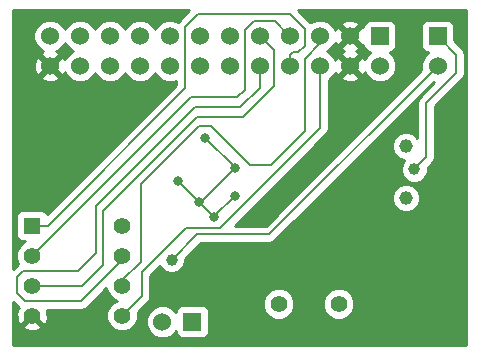
<source format=gbl>
G04 (created by PCBNEW-RS274X (2012-01-19 BZR 3256)-stable) date 25/11/2012 15:42:30*
G01*
G70*
G90*
%MOIN*%
G04 Gerber Fmt 3.4, Leading zero omitted, Abs format*
%FSLAX34Y34*%
G04 APERTURE LIST*
%ADD10C,0.006000*%
%ADD11R,0.060000X0.060000*%
%ADD12C,0.060000*%
%ADD13C,0.056000*%
%ADD14C,0.045300*%
%ADD15R,0.055000X0.055000*%
%ADD16C,0.055000*%
%ADD17C,0.031500*%
%ADD18C,0.039400*%
%ADD19C,0.007900*%
%ADD20C,0.010000*%
G04 APERTURE END LIST*
G54D10*
G54D11*
X70780Y-40160D03*
G54D12*
X70780Y-41160D03*
G54D11*
X62610Y-49680D03*
G54D12*
X61610Y-49680D03*
G54D11*
X68860Y-40160D03*
G54D12*
X68860Y-41160D03*
X67860Y-40160D03*
X67860Y-41160D03*
X66860Y-40160D03*
X66860Y-41160D03*
X65860Y-40160D03*
X65860Y-41160D03*
X64860Y-40160D03*
X64860Y-41160D03*
X63860Y-40160D03*
X63860Y-41160D03*
X62860Y-40160D03*
X62860Y-41160D03*
X61860Y-40160D03*
X61860Y-41160D03*
X60860Y-40160D03*
X60860Y-41160D03*
X59860Y-40160D03*
X59860Y-41160D03*
X58860Y-40160D03*
X58860Y-41160D03*
X57860Y-40160D03*
X57860Y-41160D03*
G54D13*
X67480Y-49090D03*
X65480Y-49090D03*
G54D14*
X69728Y-45566D03*
X69728Y-43834D03*
G54D15*
X57260Y-46480D03*
G54D16*
X57260Y-47480D03*
X57260Y-48480D03*
X57260Y-49480D03*
X60260Y-49480D03*
X60260Y-48480D03*
X60260Y-47480D03*
X60260Y-46480D03*
G54D17*
X62140Y-45000D03*
X64020Y-45480D03*
X62840Y-45700D03*
X64020Y-44560D03*
X63340Y-46180D03*
X63040Y-43560D03*
G54D18*
X61915Y-47620D03*
X70000Y-44605D03*
G54D19*
X64020Y-44540D02*
X64020Y-44560D01*
X62880Y-45700D02*
X62840Y-45700D01*
X63340Y-46160D02*
X64020Y-45480D01*
X62140Y-45000D02*
X62840Y-45700D01*
X63340Y-46180D02*
X63340Y-46160D01*
X64020Y-44560D02*
X62880Y-45700D01*
X63320Y-46180D02*
X63340Y-46180D01*
X62840Y-45700D02*
X63320Y-46180D01*
X63040Y-43560D02*
X64020Y-44540D01*
X66360Y-39930D02*
X65850Y-39420D01*
X62355Y-41910D02*
X57785Y-46480D01*
X57785Y-46480D02*
X57260Y-46480D01*
X65860Y-41160D02*
X65860Y-40800D01*
X65960Y-40700D02*
X66140Y-40700D01*
X65860Y-40800D02*
X65960Y-40700D01*
X66140Y-40700D02*
X66360Y-40480D01*
X66360Y-40480D02*
X66360Y-39930D01*
X62795Y-39420D02*
X62355Y-39860D01*
X62355Y-39860D02*
X62355Y-41910D01*
X65850Y-39420D02*
X62795Y-39420D01*
X65840Y-40160D02*
X65350Y-39670D01*
X64350Y-41950D02*
X64110Y-42190D01*
X62550Y-42190D02*
X57260Y-47480D01*
X64350Y-39970D02*
X64350Y-41950D01*
X65350Y-39670D02*
X64650Y-39670D01*
X64110Y-42190D02*
X62550Y-42190D01*
X64650Y-39670D02*
X64350Y-39970D01*
X65860Y-40160D02*
X65840Y-40160D01*
X66860Y-43230D02*
X63530Y-46560D01*
X60920Y-48040D02*
X60920Y-48820D01*
X60920Y-48820D02*
X60260Y-49480D01*
X62400Y-46560D02*
X60920Y-48040D01*
X66860Y-41160D02*
X66860Y-43230D01*
X63530Y-46560D02*
X62400Y-46560D01*
X56750Y-48740D02*
X56750Y-48200D01*
X58780Y-47990D02*
X59390Y-47380D01*
X62690Y-42530D02*
X64210Y-42530D01*
X57020Y-49010D02*
X56750Y-48740D01*
X59390Y-47380D02*
X59390Y-45830D01*
X56750Y-48200D02*
X56960Y-47990D01*
X60260Y-47640D02*
X58890Y-49010D01*
X56960Y-47990D02*
X58780Y-47990D01*
X64860Y-41880D02*
X64860Y-41160D01*
X64210Y-42530D02*
X64860Y-41880D01*
X58890Y-49010D02*
X57020Y-49010D01*
X60260Y-47480D02*
X60260Y-47640D01*
X59390Y-45830D02*
X62690Y-42530D01*
X64540Y-44450D02*
X63240Y-43150D01*
X65220Y-44450D02*
X64540Y-44450D01*
X60260Y-48310D02*
X60260Y-48480D01*
X62840Y-43150D02*
X60890Y-45100D01*
X66860Y-40410D02*
X66350Y-40920D01*
X63240Y-43150D02*
X62840Y-43150D01*
X60890Y-47680D02*
X60260Y-48310D01*
X66350Y-43320D02*
X65220Y-44450D01*
X60890Y-45100D02*
X60890Y-47680D01*
X66860Y-40160D02*
X66860Y-40410D01*
X66350Y-40920D02*
X66350Y-43320D01*
X59620Y-47780D02*
X59620Y-46000D01*
X59620Y-46000D02*
X62765Y-42855D01*
X62765Y-42855D02*
X64310Y-42855D01*
X65340Y-41825D02*
X65340Y-40640D01*
X65340Y-40640D02*
X64860Y-40160D01*
X57260Y-48480D02*
X58920Y-48480D01*
X58920Y-48480D02*
X59620Y-47780D01*
X64310Y-42855D02*
X65340Y-41825D01*
X61915Y-47620D02*
X62765Y-46770D01*
X62765Y-46770D02*
X65170Y-46770D01*
X65170Y-46770D02*
X70780Y-41160D01*
X70000Y-44605D02*
X70400Y-44205D01*
X70400Y-44205D02*
X70400Y-42390D01*
X70400Y-42390D02*
X71400Y-41390D01*
X71400Y-41390D02*
X71400Y-40780D01*
X71400Y-40780D02*
X70780Y-40160D01*
G54D10*
G36*
X62505Y-39301D02*
X62151Y-39656D01*
X62134Y-39679D01*
X61969Y-39611D01*
X61751Y-39611D01*
X61549Y-39695D01*
X61395Y-39849D01*
X61360Y-39933D01*
X61325Y-39849D01*
X61171Y-39695D01*
X60969Y-39611D01*
X60751Y-39611D01*
X60549Y-39695D01*
X60395Y-39849D01*
X60360Y-39933D01*
X60325Y-39849D01*
X60171Y-39695D01*
X59969Y-39611D01*
X59751Y-39611D01*
X59549Y-39695D01*
X59395Y-39849D01*
X59360Y-39933D01*
X59325Y-39849D01*
X59171Y-39695D01*
X58969Y-39611D01*
X58751Y-39611D01*
X58549Y-39695D01*
X58395Y-39849D01*
X58360Y-39933D01*
X58325Y-39849D01*
X58171Y-39695D01*
X57969Y-39611D01*
X57751Y-39611D01*
X57549Y-39695D01*
X57395Y-39849D01*
X57311Y-40051D01*
X57311Y-40269D01*
X57395Y-40471D01*
X57549Y-40625D01*
X57640Y-40662D01*
X57579Y-40688D01*
X57552Y-40782D01*
X57860Y-41089D01*
X58168Y-40782D01*
X58141Y-40688D01*
X58075Y-40664D01*
X58171Y-40625D01*
X58325Y-40471D01*
X58360Y-40386D01*
X58395Y-40471D01*
X58549Y-40625D01*
X58633Y-40660D01*
X58549Y-40695D01*
X58395Y-40849D01*
X58357Y-40940D01*
X58332Y-40879D01*
X58238Y-40852D01*
X57931Y-41160D01*
X58238Y-41468D01*
X58332Y-41441D01*
X58355Y-41375D01*
X58395Y-41471D01*
X58549Y-41625D01*
X58751Y-41709D01*
X58969Y-41709D01*
X59171Y-41625D01*
X59325Y-41471D01*
X59360Y-41386D01*
X59395Y-41471D01*
X59549Y-41625D01*
X59751Y-41709D01*
X59969Y-41709D01*
X60171Y-41625D01*
X60325Y-41471D01*
X60360Y-41386D01*
X60395Y-41471D01*
X60549Y-41625D01*
X60751Y-41709D01*
X60969Y-41709D01*
X61171Y-41625D01*
X61325Y-41471D01*
X61360Y-41386D01*
X61395Y-41471D01*
X61549Y-41625D01*
X61751Y-41709D01*
X61969Y-41709D01*
X62066Y-41668D01*
X62066Y-41790D01*
X58168Y-45688D01*
X58168Y-41538D01*
X57860Y-41231D01*
X57789Y-41301D01*
X57789Y-41160D01*
X57482Y-40852D01*
X57388Y-40879D01*
X57317Y-41081D01*
X57328Y-41294D01*
X57388Y-41441D01*
X57482Y-41468D01*
X57789Y-41160D01*
X57789Y-41301D01*
X57552Y-41538D01*
X57579Y-41632D01*
X57781Y-41703D01*
X57994Y-41692D01*
X58141Y-41632D01*
X58168Y-41538D01*
X58168Y-45688D01*
X57759Y-46097D01*
X57746Y-46064D01*
X57676Y-45994D01*
X57585Y-45956D01*
X57486Y-45956D01*
X56936Y-45956D01*
X56844Y-45994D01*
X56774Y-46064D01*
X56736Y-46155D01*
X56736Y-46254D01*
X56736Y-46804D01*
X56774Y-46896D01*
X56844Y-46966D01*
X56935Y-47004D01*
X57034Y-47004D01*
X56963Y-47035D01*
X56815Y-47182D01*
X56735Y-47375D01*
X56735Y-47584D01*
X56804Y-47752D01*
X56755Y-47786D01*
X56625Y-47916D01*
X56625Y-39301D01*
X62505Y-39301D01*
X62505Y-39301D01*
G37*
G54D20*
X62505Y-39301D02*
X62151Y-39656D01*
X62134Y-39679D01*
X61969Y-39611D01*
X61751Y-39611D01*
X61549Y-39695D01*
X61395Y-39849D01*
X61360Y-39933D01*
X61325Y-39849D01*
X61171Y-39695D01*
X60969Y-39611D01*
X60751Y-39611D01*
X60549Y-39695D01*
X60395Y-39849D01*
X60360Y-39933D01*
X60325Y-39849D01*
X60171Y-39695D01*
X59969Y-39611D01*
X59751Y-39611D01*
X59549Y-39695D01*
X59395Y-39849D01*
X59360Y-39933D01*
X59325Y-39849D01*
X59171Y-39695D01*
X58969Y-39611D01*
X58751Y-39611D01*
X58549Y-39695D01*
X58395Y-39849D01*
X58360Y-39933D01*
X58325Y-39849D01*
X58171Y-39695D01*
X57969Y-39611D01*
X57751Y-39611D01*
X57549Y-39695D01*
X57395Y-39849D01*
X57311Y-40051D01*
X57311Y-40269D01*
X57395Y-40471D01*
X57549Y-40625D01*
X57640Y-40662D01*
X57579Y-40688D01*
X57552Y-40782D01*
X57860Y-41089D01*
X58168Y-40782D01*
X58141Y-40688D01*
X58075Y-40664D01*
X58171Y-40625D01*
X58325Y-40471D01*
X58360Y-40386D01*
X58395Y-40471D01*
X58549Y-40625D01*
X58633Y-40660D01*
X58549Y-40695D01*
X58395Y-40849D01*
X58357Y-40940D01*
X58332Y-40879D01*
X58238Y-40852D01*
X57931Y-41160D01*
X58238Y-41468D01*
X58332Y-41441D01*
X58355Y-41375D01*
X58395Y-41471D01*
X58549Y-41625D01*
X58751Y-41709D01*
X58969Y-41709D01*
X59171Y-41625D01*
X59325Y-41471D01*
X59360Y-41386D01*
X59395Y-41471D01*
X59549Y-41625D01*
X59751Y-41709D01*
X59969Y-41709D01*
X60171Y-41625D01*
X60325Y-41471D01*
X60360Y-41386D01*
X60395Y-41471D01*
X60549Y-41625D01*
X60751Y-41709D01*
X60969Y-41709D01*
X61171Y-41625D01*
X61325Y-41471D01*
X61360Y-41386D01*
X61395Y-41471D01*
X61549Y-41625D01*
X61751Y-41709D01*
X61969Y-41709D01*
X62066Y-41668D01*
X62066Y-41790D01*
X58168Y-45688D01*
X58168Y-41538D01*
X57860Y-41231D01*
X57789Y-41301D01*
X57789Y-41160D01*
X57482Y-40852D01*
X57388Y-40879D01*
X57317Y-41081D01*
X57328Y-41294D01*
X57388Y-41441D01*
X57482Y-41468D01*
X57789Y-41160D01*
X57789Y-41301D01*
X57552Y-41538D01*
X57579Y-41632D01*
X57781Y-41703D01*
X57994Y-41692D01*
X58141Y-41632D01*
X58168Y-41538D01*
X58168Y-45688D01*
X57759Y-46097D01*
X57746Y-46064D01*
X57676Y-45994D01*
X57585Y-45956D01*
X57486Y-45956D01*
X56936Y-45956D01*
X56844Y-45994D01*
X56774Y-46064D01*
X56736Y-46155D01*
X56736Y-46254D01*
X56736Y-46804D01*
X56774Y-46896D01*
X56844Y-46966D01*
X56935Y-47004D01*
X57034Y-47004D01*
X56963Y-47035D01*
X56815Y-47182D01*
X56735Y-47375D01*
X56735Y-47584D01*
X56804Y-47752D01*
X56755Y-47786D01*
X56625Y-47916D01*
X56625Y-39301D01*
X62505Y-39301D01*
G54D10*
G36*
X71722Y-50462D02*
X70204Y-50462D01*
X70204Y-45661D01*
X70204Y-45472D01*
X70132Y-45297D01*
X69998Y-45163D01*
X69823Y-45090D01*
X69634Y-45090D01*
X69459Y-45162D01*
X69325Y-45296D01*
X69252Y-45471D01*
X69252Y-45660D01*
X69324Y-45835D01*
X69458Y-45969D01*
X69633Y-46042D01*
X69822Y-46042D01*
X69997Y-45970D01*
X70131Y-45836D01*
X70204Y-45661D01*
X70204Y-50462D01*
X68010Y-50462D01*
X68010Y-49196D01*
X68010Y-48985D01*
X67929Y-48790D01*
X67781Y-48641D01*
X67586Y-48560D01*
X67375Y-48560D01*
X67180Y-48641D01*
X67031Y-48789D01*
X66950Y-48984D01*
X66950Y-49195D01*
X67031Y-49390D01*
X67179Y-49539D01*
X67374Y-49620D01*
X67585Y-49620D01*
X67780Y-49539D01*
X67929Y-49391D01*
X68010Y-49196D01*
X68010Y-50462D01*
X66010Y-50462D01*
X66010Y-49196D01*
X66010Y-48985D01*
X65929Y-48790D01*
X65781Y-48641D01*
X65586Y-48560D01*
X65375Y-48560D01*
X65180Y-48641D01*
X65031Y-48789D01*
X64950Y-48984D01*
X64950Y-49195D01*
X65031Y-49390D01*
X65179Y-49539D01*
X65374Y-49620D01*
X65585Y-49620D01*
X65780Y-49539D01*
X65929Y-49391D01*
X66010Y-49196D01*
X66010Y-50462D01*
X63159Y-50462D01*
X63159Y-50030D01*
X63159Y-49931D01*
X63159Y-49331D01*
X63121Y-49239D01*
X63051Y-49169D01*
X62960Y-49131D01*
X62861Y-49131D01*
X62261Y-49131D01*
X62169Y-49169D01*
X62099Y-49239D01*
X62061Y-49330D01*
X62061Y-49355D01*
X61921Y-49215D01*
X61719Y-49131D01*
X61501Y-49131D01*
X61299Y-49215D01*
X61145Y-49369D01*
X61061Y-49571D01*
X61061Y-49789D01*
X61145Y-49991D01*
X61299Y-50145D01*
X61501Y-50229D01*
X61719Y-50229D01*
X61921Y-50145D01*
X62061Y-50005D01*
X62061Y-50029D01*
X62099Y-50121D01*
X62169Y-50191D01*
X62260Y-50229D01*
X62359Y-50229D01*
X62959Y-50229D01*
X63051Y-50191D01*
X63121Y-50121D01*
X63159Y-50030D01*
X63159Y-50462D01*
X57550Y-50462D01*
X57550Y-49841D01*
X57260Y-49551D01*
X56970Y-49841D01*
X56993Y-49932D01*
X57186Y-49999D01*
X57390Y-49988D01*
X57527Y-49932D01*
X57550Y-49841D01*
X57550Y-50462D01*
X56625Y-50462D01*
X56625Y-49023D01*
X56812Y-49211D01*
X56808Y-49213D01*
X56741Y-49406D01*
X56752Y-49610D01*
X56808Y-49747D01*
X56899Y-49770D01*
X57154Y-49515D01*
X57189Y-49480D01*
X57260Y-49409D01*
X57331Y-49480D01*
X57366Y-49515D01*
X57621Y-49770D01*
X57712Y-49747D01*
X57779Y-49554D01*
X57768Y-49350D01*
X57747Y-49299D01*
X58890Y-49299D01*
X58890Y-49298D01*
X59000Y-49277D01*
X59001Y-49277D01*
X59094Y-49214D01*
X59735Y-48573D01*
X59735Y-48584D01*
X59815Y-48777D01*
X59962Y-48925D01*
X60095Y-48980D01*
X59963Y-49035D01*
X59815Y-49182D01*
X59735Y-49375D01*
X59735Y-49584D01*
X59815Y-49777D01*
X59962Y-49925D01*
X60155Y-50005D01*
X60364Y-50005D01*
X60557Y-49925D01*
X60705Y-49778D01*
X60785Y-49585D01*
X60785Y-49376D01*
X60781Y-49367D01*
X61124Y-49025D01*
X61124Y-49024D01*
X61187Y-48931D01*
X61208Y-48820D01*
X61209Y-48820D01*
X61209Y-48159D01*
X61524Y-47843D01*
X61537Y-47872D01*
X61662Y-47998D01*
X61826Y-48066D01*
X62003Y-48066D01*
X62167Y-47998D01*
X62293Y-47873D01*
X62361Y-47709D01*
X62361Y-47582D01*
X62884Y-47059D01*
X65170Y-47059D01*
X65170Y-47058D01*
X65280Y-47037D01*
X65281Y-47037D01*
X65374Y-46974D01*
X70649Y-41699D01*
X70671Y-41709D01*
X70196Y-42186D01*
X70133Y-42279D01*
X70111Y-42390D01*
X70111Y-43544D01*
X69998Y-43431D01*
X69823Y-43358D01*
X69634Y-43358D01*
X69459Y-43430D01*
X69325Y-43564D01*
X69252Y-43739D01*
X69252Y-43928D01*
X69324Y-44103D01*
X69458Y-44237D01*
X69633Y-44310D01*
X69664Y-44310D01*
X69622Y-44352D01*
X69554Y-44516D01*
X69554Y-44693D01*
X69622Y-44857D01*
X69747Y-44983D01*
X69911Y-45051D01*
X70088Y-45051D01*
X70252Y-44983D01*
X70378Y-44858D01*
X70446Y-44694D01*
X70446Y-44567D01*
X70604Y-44410D01*
X70604Y-44409D01*
X70667Y-44316D01*
X70688Y-44205D01*
X70689Y-44205D01*
X70689Y-42509D01*
X71604Y-41595D01*
X71604Y-41594D01*
X71635Y-41547D01*
X71667Y-41501D01*
X71667Y-41500D01*
X71688Y-41390D01*
X71689Y-41390D01*
X71689Y-40780D01*
X71688Y-40779D01*
X71667Y-40669D01*
X71604Y-40576D01*
X71604Y-40575D01*
X71329Y-40300D01*
X71329Y-39811D01*
X71291Y-39719D01*
X71221Y-39649D01*
X71130Y-39611D01*
X71031Y-39611D01*
X70431Y-39611D01*
X70339Y-39649D01*
X70269Y-39719D01*
X70231Y-39810D01*
X70231Y-39909D01*
X70231Y-40509D01*
X70269Y-40601D01*
X70339Y-40671D01*
X70430Y-40709D01*
X70455Y-40709D01*
X70315Y-40849D01*
X70231Y-41051D01*
X70231Y-41269D01*
X70240Y-41290D01*
X69409Y-42121D01*
X69409Y-41269D01*
X69409Y-41051D01*
X69325Y-40849D01*
X69185Y-40709D01*
X69209Y-40709D01*
X69301Y-40671D01*
X69371Y-40601D01*
X69409Y-40510D01*
X69409Y-40411D01*
X69409Y-39811D01*
X69371Y-39719D01*
X69301Y-39649D01*
X69210Y-39611D01*
X69111Y-39611D01*
X68511Y-39611D01*
X68419Y-39649D01*
X68349Y-39719D01*
X68311Y-39810D01*
X68311Y-39872D01*
X68238Y-39852D01*
X68168Y-39922D01*
X68168Y-39782D01*
X68141Y-39688D01*
X67939Y-39617D01*
X67726Y-39628D01*
X67579Y-39688D01*
X67552Y-39782D01*
X67860Y-40089D01*
X68168Y-39782D01*
X68168Y-39922D01*
X67931Y-40160D01*
X68238Y-40468D01*
X68311Y-40447D01*
X68311Y-40509D01*
X68349Y-40601D01*
X68419Y-40671D01*
X68510Y-40709D01*
X68535Y-40709D01*
X68395Y-40849D01*
X68357Y-40940D01*
X68332Y-40879D01*
X68238Y-40852D01*
X68168Y-40922D01*
X68168Y-40782D01*
X68141Y-40688D01*
X68067Y-40662D01*
X68141Y-40632D01*
X68168Y-40538D01*
X67860Y-40231D01*
X67552Y-40538D01*
X67579Y-40632D01*
X67652Y-40657D01*
X67579Y-40688D01*
X67552Y-40782D01*
X67860Y-41089D01*
X68168Y-40782D01*
X68168Y-40922D01*
X67931Y-41160D01*
X68238Y-41468D01*
X68332Y-41441D01*
X68355Y-41375D01*
X68395Y-41471D01*
X68549Y-41625D01*
X68751Y-41709D01*
X68969Y-41709D01*
X69171Y-41625D01*
X69325Y-41471D01*
X69409Y-41269D01*
X69409Y-42121D01*
X68168Y-43362D01*
X68168Y-41538D01*
X67860Y-41231D01*
X67552Y-41538D01*
X67579Y-41632D01*
X67781Y-41703D01*
X67994Y-41692D01*
X68141Y-41632D01*
X68168Y-41538D01*
X68168Y-43362D01*
X65050Y-46481D01*
X64017Y-46481D01*
X67064Y-43435D01*
X67064Y-43434D01*
X67127Y-43341D01*
X67148Y-43230D01*
X67149Y-43230D01*
X67149Y-41634D01*
X67171Y-41625D01*
X67325Y-41471D01*
X67362Y-41379D01*
X67388Y-41441D01*
X67482Y-41468D01*
X67789Y-41160D01*
X67482Y-40852D01*
X67388Y-40879D01*
X67364Y-40944D01*
X67325Y-40849D01*
X67171Y-40695D01*
X67086Y-40660D01*
X67171Y-40625D01*
X67325Y-40471D01*
X67362Y-40379D01*
X67388Y-40441D01*
X67482Y-40468D01*
X67789Y-40160D01*
X67482Y-39852D01*
X67388Y-39879D01*
X67364Y-39944D01*
X67325Y-39849D01*
X67171Y-39695D01*
X66969Y-39611D01*
X66751Y-39611D01*
X66549Y-39695D01*
X66541Y-39702D01*
X66139Y-39301D01*
X71722Y-39301D01*
X71722Y-50462D01*
X71722Y-50462D01*
G37*
G54D20*
X71722Y-50462D02*
X70204Y-50462D01*
X70204Y-45661D01*
X70204Y-45472D01*
X70132Y-45297D01*
X69998Y-45163D01*
X69823Y-45090D01*
X69634Y-45090D01*
X69459Y-45162D01*
X69325Y-45296D01*
X69252Y-45471D01*
X69252Y-45660D01*
X69324Y-45835D01*
X69458Y-45969D01*
X69633Y-46042D01*
X69822Y-46042D01*
X69997Y-45970D01*
X70131Y-45836D01*
X70204Y-45661D01*
X70204Y-50462D01*
X68010Y-50462D01*
X68010Y-49196D01*
X68010Y-48985D01*
X67929Y-48790D01*
X67781Y-48641D01*
X67586Y-48560D01*
X67375Y-48560D01*
X67180Y-48641D01*
X67031Y-48789D01*
X66950Y-48984D01*
X66950Y-49195D01*
X67031Y-49390D01*
X67179Y-49539D01*
X67374Y-49620D01*
X67585Y-49620D01*
X67780Y-49539D01*
X67929Y-49391D01*
X68010Y-49196D01*
X68010Y-50462D01*
X66010Y-50462D01*
X66010Y-49196D01*
X66010Y-48985D01*
X65929Y-48790D01*
X65781Y-48641D01*
X65586Y-48560D01*
X65375Y-48560D01*
X65180Y-48641D01*
X65031Y-48789D01*
X64950Y-48984D01*
X64950Y-49195D01*
X65031Y-49390D01*
X65179Y-49539D01*
X65374Y-49620D01*
X65585Y-49620D01*
X65780Y-49539D01*
X65929Y-49391D01*
X66010Y-49196D01*
X66010Y-50462D01*
X63159Y-50462D01*
X63159Y-50030D01*
X63159Y-49931D01*
X63159Y-49331D01*
X63121Y-49239D01*
X63051Y-49169D01*
X62960Y-49131D01*
X62861Y-49131D01*
X62261Y-49131D01*
X62169Y-49169D01*
X62099Y-49239D01*
X62061Y-49330D01*
X62061Y-49355D01*
X61921Y-49215D01*
X61719Y-49131D01*
X61501Y-49131D01*
X61299Y-49215D01*
X61145Y-49369D01*
X61061Y-49571D01*
X61061Y-49789D01*
X61145Y-49991D01*
X61299Y-50145D01*
X61501Y-50229D01*
X61719Y-50229D01*
X61921Y-50145D01*
X62061Y-50005D01*
X62061Y-50029D01*
X62099Y-50121D01*
X62169Y-50191D01*
X62260Y-50229D01*
X62359Y-50229D01*
X62959Y-50229D01*
X63051Y-50191D01*
X63121Y-50121D01*
X63159Y-50030D01*
X63159Y-50462D01*
X57550Y-50462D01*
X57550Y-49841D01*
X57260Y-49551D01*
X56970Y-49841D01*
X56993Y-49932D01*
X57186Y-49999D01*
X57390Y-49988D01*
X57527Y-49932D01*
X57550Y-49841D01*
X57550Y-50462D01*
X56625Y-50462D01*
X56625Y-49023D01*
X56812Y-49211D01*
X56808Y-49213D01*
X56741Y-49406D01*
X56752Y-49610D01*
X56808Y-49747D01*
X56899Y-49770D01*
X57154Y-49515D01*
X57189Y-49480D01*
X57260Y-49409D01*
X57331Y-49480D01*
X57366Y-49515D01*
X57621Y-49770D01*
X57712Y-49747D01*
X57779Y-49554D01*
X57768Y-49350D01*
X57747Y-49299D01*
X58890Y-49299D01*
X58890Y-49298D01*
X59000Y-49277D01*
X59001Y-49277D01*
X59094Y-49214D01*
X59735Y-48573D01*
X59735Y-48584D01*
X59815Y-48777D01*
X59962Y-48925D01*
X60095Y-48980D01*
X59963Y-49035D01*
X59815Y-49182D01*
X59735Y-49375D01*
X59735Y-49584D01*
X59815Y-49777D01*
X59962Y-49925D01*
X60155Y-50005D01*
X60364Y-50005D01*
X60557Y-49925D01*
X60705Y-49778D01*
X60785Y-49585D01*
X60785Y-49376D01*
X60781Y-49367D01*
X61124Y-49025D01*
X61124Y-49024D01*
X61187Y-48931D01*
X61208Y-48820D01*
X61209Y-48820D01*
X61209Y-48159D01*
X61524Y-47843D01*
X61537Y-47872D01*
X61662Y-47998D01*
X61826Y-48066D01*
X62003Y-48066D01*
X62167Y-47998D01*
X62293Y-47873D01*
X62361Y-47709D01*
X62361Y-47582D01*
X62884Y-47059D01*
X65170Y-47059D01*
X65170Y-47058D01*
X65280Y-47037D01*
X65281Y-47037D01*
X65374Y-46974D01*
X70649Y-41699D01*
X70671Y-41709D01*
X70196Y-42186D01*
X70133Y-42279D01*
X70111Y-42390D01*
X70111Y-43544D01*
X69998Y-43431D01*
X69823Y-43358D01*
X69634Y-43358D01*
X69459Y-43430D01*
X69325Y-43564D01*
X69252Y-43739D01*
X69252Y-43928D01*
X69324Y-44103D01*
X69458Y-44237D01*
X69633Y-44310D01*
X69664Y-44310D01*
X69622Y-44352D01*
X69554Y-44516D01*
X69554Y-44693D01*
X69622Y-44857D01*
X69747Y-44983D01*
X69911Y-45051D01*
X70088Y-45051D01*
X70252Y-44983D01*
X70378Y-44858D01*
X70446Y-44694D01*
X70446Y-44567D01*
X70604Y-44410D01*
X70604Y-44409D01*
X70667Y-44316D01*
X70688Y-44205D01*
X70689Y-44205D01*
X70689Y-42509D01*
X71604Y-41595D01*
X71604Y-41594D01*
X71635Y-41547D01*
X71667Y-41501D01*
X71667Y-41500D01*
X71688Y-41390D01*
X71689Y-41390D01*
X71689Y-40780D01*
X71688Y-40779D01*
X71667Y-40669D01*
X71604Y-40576D01*
X71604Y-40575D01*
X71329Y-40300D01*
X71329Y-39811D01*
X71291Y-39719D01*
X71221Y-39649D01*
X71130Y-39611D01*
X71031Y-39611D01*
X70431Y-39611D01*
X70339Y-39649D01*
X70269Y-39719D01*
X70231Y-39810D01*
X70231Y-39909D01*
X70231Y-40509D01*
X70269Y-40601D01*
X70339Y-40671D01*
X70430Y-40709D01*
X70455Y-40709D01*
X70315Y-40849D01*
X70231Y-41051D01*
X70231Y-41269D01*
X70240Y-41290D01*
X69409Y-42121D01*
X69409Y-41269D01*
X69409Y-41051D01*
X69325Y-40849D01*
X69185Y-40709D01*
X69209Y-40709D01*
X69301Y-40671D01*
X69371Y-40601D01*
X69409Y-40510D01*
X69409Y-40411D01*
X69409Y-39811D01*
X69371Y-39719D01*
X69301Y-39649D01*
X69210Y-39611D01*
X69111Y-39611D01*
X68511Y-39611D01*
X68419Y-39649D01*
X68349Y-39719D01*
X68311Y-39810D01*
X68311Y-39872D01*
X68238Y-39852D01*
X68168Y-39922D01*
X68168Y-39782D01*
X68141Y-39688D01*
X67939Y-39617D01*
X67726Y-39628D01*
X67579Y-39688D01*
X67552Y-39782D01*
X67860Y-40089D01*
X68168Y-39782D01*
X68168Y-39922D01*
X67931Y-40160D01*
X68238Y-40468D01*
X68311Y-40447D01*
X68311Y-40509D01*
X68349Y-40601D01*
X68419Y-40671D01*
X68510Y-40709D01*
X68535Y-40709D01*
X68395Y-40849D01*
X68357Y-40940D01*
X68332Y-40879D01*
X68238Y-40852D01*
X68168Y-40922D01*
X68168Y-40782D01*
X68141Y-40688D01*
X68067Y-40662D01*
X68141Y-40632D01*
X68168Y-40538D01*
X67860Y-40231D01*
X67552Y-40538D01*
X67579Y-40632D01*
X67652Y-40657D01*
X67579Y-40688D01*
X67552Y-40782D01*
X67860Y-41089D01*
X68168Y-40782D01*
X68168Y-40922D01*
X67931Y-41160D01*
X68238Y-41468D01*
X68332Y-41441D01*
X68355Y-41375D01*
X68395Y-41471D01*
X68549Y-41625D01*
X68751Y-41709D01*
X68969Y-41709D01*
X69171Y-41625D01*
X69325Y-41471D01*
X69409Y-41269D01*
X69409Y-42121D01*
X68168Y-43362D01*
X68168Y-41538D01*
X67860Y-41231D01*
X67552Y-41538D01*
X67579Y-41632D01*
X67781Y-41703D01*
X67994Y-41692D01*
X68141Y-41632D01*
X68168Y-41538D01*
X68168Y-43362D01*
X65050Y-46481D01*
X64017Y-46481D01*
X67064Y-43435D01*
X67064Y-43434D01*
X67127Y-43341D01*
X67148Y-43230D01*
X67149Y-43230D01*
X67149Y-41634D01*
X67171Y-41625D01*
X67325Y-41471D01*
X67362Y-41379D01*
X67388Y-41441D01*
X67482Y-41468D01*
X67789Y-41160D01*
X67482Y-40852D01*
X67388Y-40879D01*
X67364Y-40944D01*
X67325Y-40849D01*
X67171Y-40695D01*
X67086Y-40660D01*
X67171Y-40625D01*
X67325Y-40471D01*
X67362Y-40379D01*
X67388Y-40441D01*
X67482Y-40468D01*
X67789Y-40160D01*
X67482Y-39852D01*
X67388Y-39879D01*
X67364Y-39944D01*
X67325Y-39849D01*
X67171Y-39695D01*
X66969Y-39611D01*
X66751Y-39611D01*
X66549Y-39695D01*
X66541Y-39702D01*
X66139Y-39301D01*
X71722Y-39301D01*
X71722Y-50462D01*
M02*

</source>
